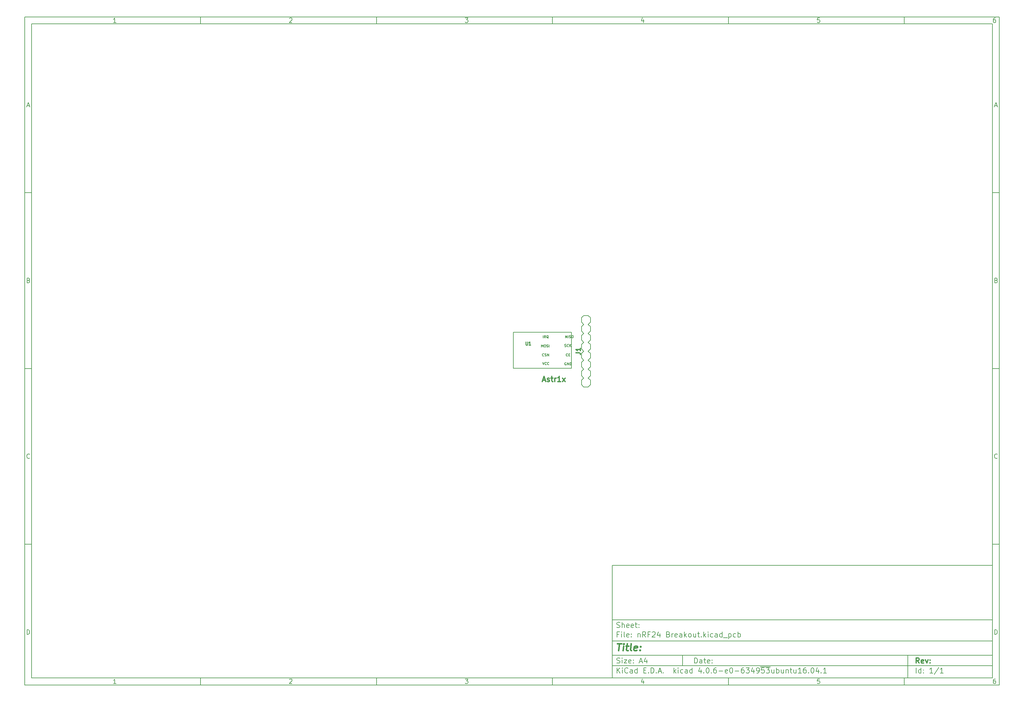
<source format=gto>
G04 #@! TF.FileFunction,Legend,Top*
%FSLAX46Y46*%
G04 Gerber Fmt 4.6, Leading zero omitted, Abs format (unit mm)*
G04 Created by KiCad (PCBNEW 4.0.6-e0-6349~53~ubuntu16.04.1) date Wed Jun 21 09:44:30 2017*
%MOMM*%
%LPD*%
G01*
G04 APERTURE LIST*
%ADD10C,0.100000*%
%ADD11C,0.150000*%
%ADD12C,0.300000*%
%ADD13C,0.400000*%
%ADD14C,0.203200*%
%ADD15C,0.317500*%
%ADD16C,0.225000*%
%ADD17C,0.175000*%
G04 APERTURE END LIST*
D10*
D11*
X177002200Y-166007200D02*
X177002200Y-198007200D01*
X285002200Y-198007200D01*
X285002200Y-166007200D01*
X177002200Y-166007200D01*
D10*
D11*
X10000000Y-10000000D02*
X10000000Y-200007200D01*
X287002200Y-200007200D01*
X287002200Y-10000000D01*
X10000000Y-10000000D01*
D10*
D11*
X12000000Y-12000000D02*
X12000000Y-198007200D01*
X285002200Y-198007200D01*
X285002200Y-12000000D01*
X12000000Y-12000000D01*
D10*
D11*
X60000000Y-12000000D02*
X60000000Y-10000000D01*
D10*
D11*
X110000000Y-12000000D02*
X110000000Y-10000000D01*
D10*
D11*
X160000000Y-12000000D02*
X160000000Y-10000000D01*
D10*
D11*
X210000000Y-12000000D02*
X210000000Y-10000000D01*
D10*
D11*
X260000000Y-12000000D02*
X260000000Y-10000000D01*
D10*
D11*
X35990476Y-11588095D02*
X35247619Y-11588095D01*
X35619048Y-11588095D02*
X35619048Y-10288095D01*
X35495238Y-10473810D01*
X35371429Y-10597619D01*
X35247619Y-10659524D01*
D10*
D11*
X85247619Y-10411905D02*
X85309524Y-10350000D01*
X85433333Y-10288095D01*
X85742857Y-10288095D01*
X85866667Y-10350000D01*
X85928571Y-10411905D01*
X85990476Y-10535714D01*
X85990476Y-10659524D01*
X85928571Y-10845238D01*
X85185714Y-11588095D01*
X85990476Y-11588095D01*
D10*
D11*
X135185714Y-10288095D02*
X135990476Y-10288095D01*
X135557143Y-10783333D01*
X135742857Y-10783333D01*
X135866667Y-10845238D01*
X135928571Y-10907143D01*
X135990476Y-11030952D01*
X135990476Y-11340476D01*
X135928571Y-11464286D01*
X135866667Y-11526190D01*
X135742857Y-11588095D01*
X135371429Y-11588095D01*
X135247619Y-11526190D01*
X135185714Y-11464286D01*
D10*
D11*
X185866667Y-10721429D02*
X185866667Y-11588095D01*
X185557143Y-10226190D02*
X185247619Y-11154762D01*
X186052381Y-11154762D01*
D10*
D11*
X235928571Y-10288095D02*
X235309524Y-10288095D01*
X235247619Y-10907143D01*
X235309524Y-10845238D01*
X235433333Y-10783333D01*
X235742857Y-10783333D01*
X235866667Y-10845238D01*
X235928571Y-10907143D01*
X235990476Y-11030952D01*
X235990476Y-11340476D01*
X235928571Y-11464286D01*
X235866667Y-11526190D01*
X235742857Y-11588095D01*
X235433333Y-11588095D01*
X235309524Y-11526190D01*
X235247619Y-11464286D01*
D10*
D11*
X285866667Y-10288095D02*
X285619048Y-10288095D01*
X285495238Y-10350000D01*
X285433333Y-10411905D01*
X285309524Y-10597619D01*
X285247619Y-10845238D01*
X285247619Y-11340476D01*
X285309524Y-11464286D01*
X285371429Y-11526190D01*
X285495238Y-11588095D01*
X285742857Y-11588095D01*
X285866667Y-11526190D01*
X285928571Y-11464286D01*
X285990476Y-11340476D01*
X285990476Y-11030952D01*
X285928571Y-10907143D01*
X285866667Y-10845238D01*
X285742857Y-10783333D01*
X285495238Y-10783333D01*
X285371429Y-10845238D01*
X285309524Y-10907143D01*
X285247619Y-11030952D01*
D10*
D11*
X60000000Y-198007200D02*
X60000000Y-200007200D01*
D10*
D11*
X110000000Y-198007200D02*
X110000000Y-200007200D01*
D10*
D11*
X160000000Y-198007200D02*
X160000000Y-200007200D01*
D10*
D11*
X210000000Y-198007200D02*
X210000000Y-200007200D01*
D10*
D11*
X260000000Y-198007200D02*
X260000000Y-200007200D01*
D10*
D11*
X35990476Y-199595295D02*
X35247619Y-199595295D01*
X35619048Y-199595295D02*
X35619048Y-198295295D01*
X35495238Y-198481010D01*
X35371429Y-198604819D01*
X35247619Y-198666724D01*
D10*
D11*
X85247619Y-198419105D02*
X85309524Y-198357200D01*
X85433333Y-198295295D01*
X85742857Y-198295295D01*
X85866667Y-198357200D01*
X85928571Y-198419105D01*
X85990476Y-198542914D01*
X85990476Y-198666724D01*
X85928571Y-198852438D01*
X85185714Y-199595295D01*
X85990476Y-199595295D01*
D10*
D11*
X135185714Y-198295295D02*
X135990476Y-198295295D01*
X135557143Y-198790533D01*
X135742857Y-198790533D01*
X135866667Y-198852438D01*
X135928571Y-198914343D01*
X135990476Y-199038152D01*
X135990476Y-199347676D01*
X135928571Y-199471486D01*
X135866667Y-199533390D01*
X135742857Y-199595295D01*
X135371429Y-199595295D01*
X135247619Y-199533390D01*
X135185714Y-199471486D01*
D10*
D11*
X185866667Y-198728629D02*
X185866667Y-199595295D01*
X185557143Y-198233390D02*
X185247619Y-199161962D01*
X186052381Y-199161962D01*
D10*
D11*
X235928571Y-198295295D02*
X235309524Y-198295295D01*
X235247619Y-198914343D01*
X235309524Y-198852438D01*
X235433333Y-198790533D01*
X235742857Y-198790533D01*
X235866667Y-198852438D01*
X235928571Y-198914343D01*
X235990476Y-199038152D01*
X235990476Y-199347676D01*
X235928571Y-199471486D01*
X235866667Y-199533390D01*
X235742857Y-199595295D01*
X235433333Y-199595295D01*
X235309524Y-199533390D01*
X235247619Y-199471486D01*
D10*
D11*
X285866667Y-198295295D02*
X285619048Y-198295295D01*
X285495238Y-198357200D01*
X285433333Y-198419105D01*
X285309524Y-198604819D01*
X285247619Y-198852438D01*
X285247619Y-199347676D01*
X285309524Y-199471486D01*
X285371429Y-199533390D01*
X285495238Y-199595295D01*
X285742857Y-199595295D01*
X285866667Y-199533390D01*
X285928571Y-199471486D01*
X285990476Y-199347676D01*
X285990476Y-199038152D01*
X285928571Y-198914343D01*
X285866667Y-198852438D01*
X285742857Y-198790533D01*
X285495238Y-198790533D01*
X285371429Y-198852438D01*
X285309524Y-198914343D01*
X285247619Y-199038152D01*
D10*
D11*
X10000000Y-60000000D02*
X12000000Y-60000000D01*
D10*
D11*
X10000000Y-110000000D02*
X12000000Y-110000000D01*
D10*
D11*
X10000000Y-160000000D02*
X12000000Y-160000000D01*
D10*
D11*
X10690476Y-35216667D02*
X11309524Y-35216667D01*
X10566667Y-35588095D02*
X11000000Y-34288095D01*
X11433333Y-35588095D01*
D10*
D11*
X11092857Y-84907143D02*
X11278571Y-84969048D01*
X11340476Y-85030952D01*
X11402381Y-85154762D01*
X11402381Y-85340476D01*
X11340476Y-85464286D01*
X11278571Y-85526190D01*
X11154762Y-85588095D01*
X10659524Y-85588095D01*
X10659524Y-84288095D01*
X11092857Y-84288095D01*
X11216667Y-84350000D01*
X11278571Y-84411905D01*
X11340476Y-84535714D01*
X11340476Y-84659524D01*
X11278571Y-84783333D01*
X11216667Y-84845238D01*
X11092857Y-84907143D01*
X10659524Y-84907143D01*
D10*
D11*
X11402381Y-135464286D02*
X11340476Y-135526190D01*
X11154762Y-135588095D01*
X11030952Y-135588095D01*
X10845238Y-135526190D01*
X10721429Y-135402381D01*
X10659524Y-135278571D01*
X10597619Y-135030952D01*
X10597619Y-134845238D01*
X10659524Y-134597619D01*
X10721429Y-134473810D01*
X10845238Y-134350000D01*
X11030952Y-134288095D01*
X11154762Y-134288095D01*
X11340476Y-134350000D01*
X11402381Y-134411905D01*
D10*
D11*
X10659524Y-185588095D02*
X10659524Y-184288095D01*
X10969048Y-184288095D01*
X11154762Y-184350000D01*
X11278571Y-184473810D01*
X11340476Y-184597619D01*
X11402381Y-184845238D01*
X11402381Y-185030952D01*
X11340476Y-185278571D01*
X11278571Y-185402381D01*
X11154762Y-185526190D01*
X10969048Y-185588095D01*
X10659524Y-185588095D01*
D10*
D11*
X287002200Y-60000000D02*
X285002200Y-60000000D01*
D10*
D11*
X287002200Y-110000000D02*
X285002200Y-110000000D01*
D10*
D11*
X287002200Y-160000000D02*
X285002200Y-160000000D01*
D10*
D11*
X285692676Y-35216667D02*
X286311724Y-35216667D01*
X285568867Y-35588095D02*
X286002200Y-34288095D01*
X286435533Y-35588095D01*
D10*
D11*
X286095057Y-84907143D02*
X286280771Y-84969048D01*
X286342676Y-85030952D01*
X286404581Y-85154762D01*
X286404581Y-85340476D01*
X286342676Y-85464286D01*
X286280771Y-85526190D01*
X286156962Y-85588095D01*
X285661724Y-85588095D01*
X285661724Y-84288095D01*
X286095057Y-84288095D01*
X286218867Y-84350000D01*
X286280771Y-84411905D01*
X286342676Y-84535714D01*
X286342676Y-84659524D01*
X286280771Y-84783333D01*
X286218867Y-84845238D01*
X286095057Y-84907143D01*
X285661724Y-84907143D01*
D10*
D11*
X286404581Y-135464286D02*
X286342676Y-135526190D01*
X286156962Y-135588095D01*
X286033152Y-135588095D01*
X285847438Y-135526190D01*
X285723629Y-135402381D01*
X285661724Y-135278571D01*
X285599819Y-135030952D01*
X285599819Y-134845238D01*
X285661724Y-134597619D01*
X285723629Y-134473810D01*
X285847438Y-134350000D01*
X286033152Y-134288095D01*
X286156962Y-134288095D01*
X286342676Y-134350000D01*
X286404581Y-134411905D01*
D10*
D11*
X285661724Y-185588095D02*
X285661724Y-184288095D01*
X285971248Y-184288095D01*
X286156962Y-184350000D01*
X286280771Y-184473810D01*
X286342676Y-184597619D01*
X286404581Y-184845238D01*
X286404581Y-185030952D01*
X286342676Y-185278571D01*
X286280771Y-185402381D01*
X286156962Y-185526190D01*
X285971248Y-185588095D01*
X285661724Y-185588095D01*
D10*
D11*
X200359343Y-193785771D02*
X200359343Y-192285771D01*
X200716486Y-192285771D01*
X200930771Y-192357200D01*
X201073629Y-192500057D01*
X201145057Y-192642914D01*
X201216486Y-192928629D01*
X201216486Y-193142914D01*
X201145057Y-193428629D01*
X201073629Y-193571486D01*
X200930771Y-193714343D01*
X200716486Y-193785771D01*
X200359343Y-193785771D01*
X202502200Y-193785771D02*
X202502200Y-193000057D01*
X202430771Y-192857200D01*
X202287914Y-192785771D01*
X202002200Y-192785771D01*
X201859343Y-192857200D01*
X202502200Y-193714343D02*
X202359343Y-193785771D01*
X202002200Y-193785771D01*
X201859343Y-193714343D01*
X201787914Y-193571486D01*
X201787914Y-193428629D01*
X201859343Y-193285771D01*
X202002200Y-193214343D01*
X202359343Y-193214343D01*
X202502200Y-193142914D01*
X203002200Y-192785771D02*
X203573629Y-192785771D01*
X203216486Y-192285771D02*
X203216486Y-193571486D01*
X203287914Y-193714343D01*
X203430772Y-193785771D01*
X203573629Y-193785771D01*
X204645057Y-193714343D02*
X204502200Y-193785771D01*
X204216486Y-193785771D01*
X204073629Y-193714343D01*
X204002200Y-193571486D01*
X204002200Y-193000057D01*
X204073629Y-192857200D01*
X204216486Y-192785771D01*
X204502200Y-192785771D01*
X204645057Y-192857200D01*
X204716486Y-193000057D01*
X204716486Y-193142914D01*
X204002200Y-193285771D01*
X205359343Y-193642914D02*
X205430771Y-193714343D01*
X205359343Y-193785771D01*
X205287914Y-193714343D01*
X205359343Y-193642914D01*
X205359343Y-193785771D01*
X205359343Y-192857200D02*
X205430771Y-192928629D01*
X205359343Y-193000057D01*
X205287914Y-192928629D01*
X205359343Y-192857200D01*
X205359343Y-193000057D01*
D10*
D11*
X177002200Y-194507200D02*
X285002200Y-194507200D01*
D10*
D11*
X178359343Y-196585771D02*
X178359343Y-195085771D01*
X179216486Y-196585771D02*
X178573629Y-195728629D01*
X179216486Y-195085771D02*
X178359343Y-195942914D01*
X179859343Y-196585771D02*
X179859343Y-195585771D01*
X179859343Y-195085771D02*
X179787914Y-195157200D01*
X179859343Y-195228629D01*
X179930771Y-195157200D01*
X179859343Y-195085771D01*
X179859343Y-195228629D01*
X181430772Y-196442914D02*
X181359343Y-196514343D01*
X181145057Y-196585771D01*
X181002200Y-196585771D01*
X180787915Y-196514343D01*
X180645057Y-196371486D01*
X180573629Y-196228629D01*
X180502200Y-195942914D01*
X180502200Y-195728629D01*
X180573629Y-195442914D01*
X180645057Y-195300057D01*
X180787915Y-195157200D01*
X181002200Y-195085771D01*
X181145057Y-195085771D01*
X181359343Y-195157200D01*
X181430772Y-195228629D01*
X182716486Y-196585771D02*
X182716486Y-195800057D01*
X182645057Y-195657200D01*
X182502200Y-195585771D01*
X182216486Y-195585771D01*
X182073629Y-195657200D01*
X182716486Y-196514343D02*
X182573629Y-196585771D01*
X182216486Y-196585771D01*
X182073629Y-196514343D01*
X182002200Y-196371486D01*
X182002200Y-196228629D01*
X182073629Y-196085771D01*
X182216486Y-196014343D01*
X182573629Y-196014343D01*
X182716486Y-195942914D01*
X184073629Y-196585771D02*
X184073629Y-195085771D01*
X184073629Y-196514343D02*
X183930772Y-196585771D01*
X183645058Y-196585771D01*
X183502200Y-196514343D01*
X183430772Y-196442914D01*
X183359343Y-196300057D01*
X183359343Y-195871486D01*
X183430772Y-195728629D01*
X183502200Y-195657200D01*
X183645058Y-195585771D01*
X183930772Y-195585771D01*
X184073629Y-195657200D01*
X185930772Y-195800057D02*
X186430772Y-195800057D01*
X186645058Y-196585771D02*
X185930772Y-196585771D01*
X185930772Y-195085771D01*
X186645058Y-195085771D01*
X187287915Y-196442914D02*
X187359343Y-196514343D01*
X187287915Y-196585771D01*
X187216486Y-196514343D01*
X187287915Y-196442914D01*
X187287915Y-196585771D01*
X188002201Y-196585771D02*
X188002201Y-195085771D01*
X188359344Y-195085771D01*
X188573629Y-195157200D01*
X188716487Y-195300057D01*
X188787915Y-195442914D01*
X188859344Y-195728629D01*
X188859344Y-195942914D01*
X188787915Y-196228629D01*
X188716487Y-196371486D01*
X188573629Y-196514343D01*
X188359344Y-196585771D01*
X188002201Y-196585771D01*
X189502201Y-196442914D02*
X189573629Y-196514343D01*
X189502201Y-196585771D01*
X189430772Y-196514343D01*
X189502201Y-196442914D01*
X189502201Y-196585771D01*
X190145058Y-196157200D02*
X190859344Y-196157200D01*
X190002201Y-196585771D02*
X190502201Y-195085771D01*
X191002201Y-196585771D01*
X191502201Y-196442914D02*
X191573629Y-196514343D01*
X191502201Y-196585771D01*
X191430772Y-196514343D01*
X191502201Y-196442914D01*
X191502201Y-196585771D01*
X194502201Y-196585771D02*
X194502201Y-195085771D01*
X194645058Y-196014343D02*
X195073629Y-196585771D01*
X195073629Y-195585771D02*
X194502201Y-196157200D01*
X195716487Y-196585771D02*
X195716487Y-195585771D01*
X195716487Y-195085771D02*
X195645058Y-195157200D01*
X195716487Y-195228629D01*
X195787915Y-195157200D01*
X195716487Y-195085771D01*
X195716487Y-195228629D01*
X197073630Y-196514343D02*
X196930773Y-196585771D01*
X196645059Y-196585771D01*
X196502201Y-196514343D01*
X196430773Y-196442914D01*
X196359344Y-196300057D01*
X196359344Y-195871486D01*
X196430773Y-195728629D01*
X196502201Y-195657200D01*
X196645059Y-195585771D01*
X196930773Y-195585771D01*
X197073630Y-195657200D01*
X198359344Y-196585771D02*
X198359344Y-195800057D01*
X198287915Y-195657200D01*
X198145058Y-195585771D01*
X197859344Y-195585771D01*
X197716487Y-195657200D01*
X198359344Y-196514343D02*
X198216487Y-196585771D01*
X197859344Y-196585771D01*
X197716487Y-196514343D01*
X197645058Y-196371486D01*
X197645058Y-196228629D01*
X197716487Y-196085771D01*
X197859344Y-196014343D01*
X198216487Y-196014343D01*
X198359344Y-195942914D01*
X199716487Y-196585771D02*
X199716487Y-195085771D01*
X199716487Y-196514343D02*
X199573630Y-196585771D01*
X199287916Y-196585771D01*
X199145058Y-196514343D01*
X199073630Y-196442914D01*
X199002201Y-196300057D01*
X199002201Y-195871486D01*
X199073630Y-195728629D01*
X199145058Y-195657200D01*
X199287916Y-195585771D01*
X199573630Y-195585771D01*
X199716487Y-195657200D01*
X202216487Y-195585771D02*
X202216487Y-196585771D01*
X201859344Y-195014343D02*
X201502201Y-196085771D01*
X202430773Y-196085771D01*
X203002201Y-196442914D02*
X203073629Y-196514343D01*
X203002201Y-196585771D01*
X202930772Y-196514343D01*
X203002201Y-196442914D01*
X203002201Y-196585771D01*
X204002201Y-195085771D02*
X204145058Y-195085771D01*
X204287915Y-195157200D01*
X204359344Y-195228629D01*
X204430773Y-195371486D01*
X204502201Y-195657200D01*
X204502201Y-196014343D01*
X204430773Y-196300057D01*
X204359344Y-196442914D01*
X204287915Y-196514343D01*
X204145058Y-196585771D01*
X204002201Y-196585771D01*
X203859344Y-196514343D01*
X203787915Y-196442914D01*
X203716487Y-196300057D01*
X203645058Y-196014343D01*
X203645058Y-195657200D01*
X203716487Y-195371486D01*
X203787915Y-195228629D01*
X203859344Y-195157200D01*
X204002201Y-195085771D01*
X205145058Y-196442914D02*
X205216486Y-196514343D01*
X205145058Y-196585771D01*
X205073629Y-196514343D01*
X205145058Y-196442914D01*
X205145058Y-196585771D01*
X206502201Y-195085771D02*
X206216487Y-195085771D01*
X206073630Y-195157200D01*
X206002201Y-195228629D01*
X205859344Y-195442914D01*
X205787915Y-195728629D01*
X205787915Y-196300057D01*
X205859344Y-196442914D01*
X205930772Y-196514343D01*
X206073630Y-196585771D01*
X206359344Y-196585771D01*
X206502201Y-196514343D01*
X206573630Y-196442914D01*
X206645058Y-196300057D01*
X206645058Y-195942914D01*
X206573630Y-195800057D01*
X206502201Y-195728629D01*
X206359344Y-195657200D01*
X206073630Y-195657200D01*
X205930772Y-195728629D01*
X205859344Y-195800057D01*
X205787915Y-195942914D01*
X207287915Y-196014343D02*
X208430772Y-196014343D01*
X209716486Y-196514343D02*
X209573629Y-196585771D01*
X209287915Y-196585771D01*
X209145058Y-196514343D01*
X209073629Y-196371486D01*
X209073629Y-195800057D01*
X209145058Y-195657200D01*
X209287915Y-195585771D01*
X209573629Y-195585771D01*
X209716486Y-195657200D01*
X209787915Y-195800057D01*
X209787915Y-195942914D01*
X209073629Y-196085771D01*
X210716486Y-195085771D02*
X210859343Y-195085771D01*
X211002200Y-195157200D01*
X211073629Y-195228629D01*
X211145058Y-195371486D01*
X211216486Y-195657200D01*
X211216486Y-196014343D01*
X211145058Y-196300057D01*
X211073629Y-196442914D01*
X211002200Y-196514343D01*
X210859343Y-196585771D01*
X210716486Y-196585771D01*
X210573629Y-196514343D01*
X210502200Y-196442914D01*
X210430772Y-196300057D01*
X210359343Y-196014343D01*
X210359343Y-195657200D01*
X210430772Y-195371486D01*
X210502200Y-195228629D01*
X210573629Y-195157200D01*
X210716486Y-195085771D01*
X211859343Y-196014343D02*
X213002200Y-196014343D01*
X214359343Y-195085771D02*
X214073629Y-195085771D01*
X213930772Y-195157200D01*
X213859343Y-195228629D01*
X213716486Y-195442914D01*
X213645057Y-195728629D01*
X213645057Y-196300057D01*
X213716486Y-196442914D01*
X213787914Y-196514343D01*
X213930772Y-196585771D01*
X214216486Y-196585771D01*
X214359343Y-196514343D01*
X214430772Y-196442914D01*
X214502200Y-196300057D01*
X214502200Y-195942914D01*
X214430772Y-195800057D01*
X214359343Y-195728629D01*
X214216486Y-195657200D01*
X213930772Y-195657200D01*
X213787914Y-195728629D01*
X213716486Y-195800057D01*
X213645057Y-195942914D01*
X215002200Y-195085771D02*
X215930771Y-195085771D01*
X215430771Y-195657200D01*
X215645057Y-195657200D01*
X215787914Y-195728629D01*
X215859343Y-195800057D01*
X215930771Y-195942914D01*
X215930771Y-196300057D01*
X215859343Y-196442914D01*
X215787914Y-196514343D01*
X215645057Y-196585771D01*
X215216485Y-196585771D01*
X215073628Y-196514343D01*
X215002200Y-196442914D01*
X217216485Y-195585771D02*
X217216485Y-196585771D01*
X216859342Y-195014343D02*
X216502199Y-196085771D01*
X217430771Y-196085771D01*
X218073627Y-196585771D02*
X218359342Y-196585771D01*
X218502199Y-196514343D01*
X218573627Y-196442914D01*
X218716485Y-196228629D01*
X218787913Y-195942914D01*
X218787913Y-195371486D01*
X218716485Y-195228629D01*
X218645056Y-195157200D01*
X218502199Y-195085771D01*
X218216485Y-195085771D01*
X218073627Y-195157200D01*
X218002199Y-195228629D01*
X217930770Y-195371486D01*
X217930770Y-195728629D01*
X218002199Y-195871486D01*
X218073627Y-195942914D01*
X218216485Y-196014343D01*
X218502199Y-196014343D01*
X218645056Y-195942914D01*
X218716485Y-195871486D01*
X218787913Y-195728629D01*
X220145056Y-195085771D02*
X219430770Y-195085771D01*
X219359341Y-195800057D01*
X219430770Y-195728629D01*
X219573627Y-195657200D01*
X219930770Y-195657200D01*
X220073627Y-195728629D01*
X220145056Y-195800057D01*
X220216484Y-195942914D01*
X220216484Y-196300057D01*
X220145056Y-196442914D01*
X220073627Y-196514343D01*
X219930770Y-196585771D01*
X219573627Y-196585771D01*
X219430770Y-196514343D01*
X219359341Y-196442914D01*
X220716484Y-195085771D02*
X221645055Y-195085771D01*
X221145055Y-195657200D01*
X221359341Y-195657200D01*
X221502198Y-195728629D01*
X221573627Y-195800057D01*
X221645055Y-195942914D01*
X221645055Y-196300057D01*
X221573627Y-196442914D01*
X221502198Y-196514343D01*
X221359341Y-196585771D01*
X220930769Y-196585771D01*
X220787912Y-196514343D01*
X220716484Y-196442914D01*
X219073627Y-194827200D02*
X221930769Y-194827200D01*
X222930769Y-195585771D02*
X222930769Y-196585771D01*
X222287912Y-195585771D02*
X222287912Y-196371486D01*
X222359340Y-196514343D01*
X222502198Y-196585771D01*
X222716483Y-196585771D01*
X222859340Y-196514343D01*
X222930769Y-196442914D01*
X223645055Y-196585771D02*
X223645055Y-195085771D01*
X223645055Y-195657200D02*
X223787912Y-195585771D01*
X224073626Y-195585771D01*
X224216483Y-195657200D01*
X224287912Y-195728629D01*
X224359341Y-195871486D01*
X224359341Y-196300057D01*
X224287912Y-196442914D01*
X224216483Y-196514343D01*
X224073626Y-196585771D01*
X223787912Y-196585771D01*
X223645055Y-196514343D01*
X225645055Y-195585771D02*
X225645055Y-196585771D01*
X225002198Y-195585771D02*
X225002198Y-196371486D01*
X225073626Y-196514343D01*
X225216484Y-196585771D01*
X225430769Y-196585771D01*
X225573626Y-196514343D01*
X225645055Y-196442914D01*
X226359341Y-195585771D02*
X226359341Y-196585771D01*
X226359341Y-195728629D02*
X226430769Y-195657200D01*
X226573627Y-195585771D01*
X226787912Y-195585771D01*
X226930769Y-195657200D01*
X227002198Y-195800057D01*
X227002198Y-196585771D01*
X227502198Y-195585771D02*
X228073627Y-195585771D01*
X227716484Y-195085771D02*
X227716484Y-196371486D01*
X227787912Y-196514343D01*
X227930770Y-196585771D01*
X228073627Y-196585771D01*
X229216484Y-195585771D02*
X229216484Y-196585771D01*
X228573627Y-195585771D02*
X228573627Y-196371486D01*
X228645055Y-196514343D01*
X228787913Y-196585771D01*
X229002198Y-196585771D01*
X229145055Y-196514343D01*
X229216484Y-196442914D01*
X230716484Y-196585771D02*
X229859341Y-196585771D01*
X230287913Y-196585771D02*
X230287913Y-195085771D01*
X230145056Y-195300057D01*
X230002198Y-195442914D01*
X229859341Y-195514343D01*
X232002198Y-195085771D02*
X231716484Y-195085771D01*
X231573627Y-195157200D01*
X231502198Y-195228629D01*
X231359341Y-195442914D01*
X231287912Y-195728629D01*
X231287912Y-196300057D01*
X231359341Y-196442914D01*
X231430769Y-196514343D01*
X231573627Y-196585771D01*
X231859341Y-196585771D01*
X232002198Y-196514343D01*
X232073627Y-196442914D01*
X232145055Y-196300057D01*
X232145055Y-195942914D01*
X232073627Y-195800057D01*
X232002198Y-195728629D01*
X231859341Y-195657200D01*
X231573627Y-195657200D01*
X231430769Y-195728629D01*
X231359341Y-195800057D01*
X231287912Y-195942914D01*
X232787912Y-196442914D02*
X232859340Y-196514343D01*
X232787912Y-196585771D01*
X232716483Y-196514343D01*
X232787912Y-196442914D01*
X232787912Y-196585771D01*
X233787912Y-195085771D02*
X233930769Y-195085771D01*
X234073626Y-195157200D01*
X234145055Y-195228629D01*
X234216484Y-195371486D01*
X234287912Y-195657200D01*
X234287912Y-196014343D01*
X234216484Y-196300057D01*
X234145055Y-196442914D01*
X234073626Y-196514343D01*
X233930769Y-196585771D01*
X233787912Y-196585771D01*
X233645055Y-196514343D01*
X233573626Y-196442914D01*
X233502198Y-196300057D01*
X233430769Y-196014343D01*
X233430769Y-195657200D01*
X233502198Y-195371486D01*
X233573626Y-195228629D01*
X233645055Y-195157200D01*
X233787912Y-195085771D01*
X235573626Y-195585771D02*
X235573626Y-196585771D01*
X235216483Y-195014343D02*
X234859340Y-196085771D01*
X235787912Y-196085771D01*
X236359340Y-196442914D02*
X236430768Y-196514343D01*
X236359340Y-196585771D01*
X236287911Y-196514343D01*
X236359340Y-196442914D01*
X236359340Y-196585771D01*
X237859340Y-196585771D02*
X237002197Y-196585771D01*
X237430769Y-196585771D02*
X237430769Y-195085771D01*
X237287912Y-195300057D01*
X237145054Y-195442914D01*
X237002197Y-195514343D01*
D10*
D11*
X177002200Y-191507200D02*
X285002200Y-191507200D01*
D10*
D12*
X264216486Y-193785771D02*
X263716486Y-193071486D01*
X263359343Y-193785771D02*
X263359343Y-192285771D01*
X263930771Y-192285771D01*
X264073629Y-192357200D01*
X264145057Y-192428629D01*
X264216486Y-192571486D01*
X264216486Y-192785771D01*
X264145057Y-192928629D01*
X264073629Y-193000057D01*
X263930771Y-193071486D01*
X263359343Y-193071486D01*
X265430771Y-193714343D02*
X265287914Y-193785771D01*
X265002200Y-193785771D01*
X264859343Y-193714343D01*
X264787914Y-193571486D01*
X264787914Y-193000057D01*
X264859343Y-192857200D01*
X265002200Y-192785771D01*
X265287914Y-192785771D01*
X265430771Y-192857200D01*
X265502200Y-193000057D01*
X265502200Y-193142914D01*
X264787914Y-193285771D01*
X266002200Y-192785771D02*
X266359343Y-193785771D01*
X266716485Y-192785771D01*
X267287914Y-193642914D02*
X267359342Y-193714343D01*
X267287914Y-193785771D01*
X267216485Y-193714343D01*
X267287914Y-193642914D01*
X267287914Y-193785771D01*
X267287914Y-192857200D02*
X267359342Y-192928629D01*
X267287914Y-193000057D01*
X267216485Y-192928629D01*
X267287914Y-192857200D01*
X267287914Y-193000057D01*
D10*
D11*
X178287914Y-193714343D02*
X178502200Y-193785771D01*
X178859343Y-193785771D01*
X179002200Y-193714343D01*
X179073629Y-193642914D01*
X179145057Y-193500057D01*
X179145057Y-193357200D01*
X179073629Y-193214343D01*
X179002200Y-193142914D01*
X178859343Y-193071486D01*
X178573629Y-193000057D01*
X178430771Y-192928629D01*
X178359343Y-192857200D01*
X178287914Y-192714343D01*
X178287914Y-192571486D01*
X178359343Y-192428629D01*
X178430771Y-192357200D01*
X178573629Y-192285771D01*
X178930771Y-192285771D01*
X179145057Y-192357200D01*
X179787914Y-193785771D02*
X179787914Y-192785771D01*
X179787914Y-192285771D02*
X179716485Y-192357200D01*
X179787914Y-192428629D01*
X179859342Y-192357200D01*
X179787914Y-192285771D01*
X179787914Y-192428629D01*
X180359343Y-192785771D02*
X181145057Y-192785771D01*
X180359343Y-193785771D01*
X181145057Y-193785771D01*
X182287914Y-193714343D02*
X182145057Y-193785771D01*
X181859343Y-193785771D01*
X181716486Y-193714343D01*
X181645057Y-193571486D01*
X181645057Y-193000057D01*
X181716486Y-192857200D01*
X181859343Y-192785771D01*
X182145057Y-192785771D01*
X182287914Y-192857200D01*
X182359343Y-193000057D01*
X182359343Y-193142914D01*
X181645057Y-193285771D01*
X183002200Y-193642914D02*
X183073628Y-193714343D01*
X183002200Y-193785771D01*
X182930771Y-193714343D01*
X183002200Y-193642914D01*
X183002200Y-193785771D01*
X183002200Y-192857200D02*
X183073628Y-192928629D01*
X183002200Y-193000057D01*
X182930771Y-192928629D01*
X183002200Y-192857200D01*
X183002200Y-193000057D01*
X184787914Y-193357200D02*
X185502200Y-193357200D01*
X184645057Y-193785771D02*
X185145057Y-192285771D01*
X185645057Y-193785771D01*
X186787914Y-192785771D02*
X186787914Y-193785771D01*
X186430771Y-192214343D02*
X186073628Y-193285771D01*
X187002200Y-193285771D01*
D10*
D11*
X263359343Y-196585771D02*
X263359343Y-195085771D01*
X264716486Y-196585771D02*
X264716486Y-195085771D01*
X264716486Y-196514343D02*
X264573629Y-196585771D01*
X264287915Y-196585771D01*
X264145057Y-196514343D01*
X264073629Y-196442914D01*
X264002200Y-196300057D01*
X264002200Y-195871486D01*
X264073629Y-195728629D01*
X264145057Y-195657200D01*
X264287915Y-195585771D01*
X264573629Y-195585771D01*
X264716486Y-195657200D01*
X265430772Y-196442914D02*
X265502200Y-196514343D01*
X265430772Y-196585771D01*
X265359343Y-196514343D01*
X265430772Y-196442914D01*
X265430772Y-196585771D01*
X265430772Y-195657200D02*
X265502200Y-195728629D01*
X265430772Y-195800057D01*
X265359343Y-195728629D01*
X265430772Y-195657200D01*
X265430772Y-195800057D01*
X268073629Y-196585771D02*
X267216486Y-196585771D01*
X267645058Y-196585771D02*
X267645058Y-195085771D01*
X267502201Y-195300057D01*
X267359343Y-195442914D01*
X267216486Y-195514343D01*
X269787914Y-195014343D02*
X268502200Y-196942914D01*
X271073629Y-196585771D02*
X270216486Y-196585771D01*
X270645058Y-196585771D02*
X270645058Y-195085771D01*
X270502201Y-195300057D01*
X270359343Y-195442914D01*
X270216486Y-195514343D01*
D10*
D11*
X177002200Y-187507200D02*
X285002200Y-187507200D01*
D10*
D13*
X178454581Y-188211962D02*
X179597438Y-188211962D01*
X178776010Y-190211962D02*
X179026010Y-188211962D01*
X180014105Y-190211962D02*
X180180771Y-188878629D01*
X180264105Y-188211962D02*
X180156962Y-188307200D01*
X180240295Y-188402438D01*
X180347439Y-188307200D01*
X180264105Y-188211962D01*
X180240295Y-188402438D01*
X180847438Y-188878629D02*
X181609343Y-188878629D01*
X181216486Y-188211962D02*
X181002200Y-189926248D01*
X181073630Y-190116724D01*
X181252201Y-190211962D01*
X181442677Y-190211962D01*
X182395058Y-190211962D02*
X182216487Y-190116724D01*
X182145057Y-189926248D01*
X182359343Y-188211962D01*
X183930772Y-190116724D02*
X183728391Y-190211962D01*
X183347439Y-190211962D01*
X183168867Y-190116724D01*
X183097438Y-189926248D01*
X183192676Y-189164343D01*
X183311724Y-188973867D01*
X183514105Y-188878629D01*
X183895057Y-188878629D01*
X184073629Y-188973867D01*
X184145057Y-189164343D01*
X184121248Y-189354819D01*
X183145057Y-189545295D01*
X184895057Y-190021486D02*
X184978392Y-190116724D01*
X184871248Y-190211962D01*
X184787915Y-190116724D01*
X184895057Y-190021486D01*
X184871248Y-190211962D01*
X185026010Y-188973867D02*
X185109344Y-189069105D01*
X185002200Y-189164343D01*
X184918867Y-189069105D01*
X185026010Y-188973867D01*
X185002200Y-189164343D01*
D10*
D11*
X178859343Y-185600057D02*
X178359343Y-185600057D01*
X178359343Y-186385771D02*
X178359343Y-184885771D01*
X179073629Y-184885771D01*
X179645057Y-186385771D02*
X179645057Y-185385771D01*
X179645057Y-184885771D02*
X179573628Y-184957200D01*
X179645057Y-185028629D01*
X179716485Y-184957200D01*
X179645057Y-184885771D01*
X179645057Y-185028629D01*
X180573629Y-186385771D02*
X180430771Y-186314343D01*
X180359343Y-186171486D01*
X180359343Y-184885771D01*
X181716485Y-186314343D02*
X181573628Y-186385771D01*
X181287914Y-186385771D01*
X181145057Y-186314343D01*
X181073628Y-186171486D01*
X181073628Y-185600057D01*
X181145057Y-185457200D01*
X181287914Y-185385771D01*
X181573628Y-185385771D01*
X181716485Y-185457200D01*
X181787914Y-185600057D01*
X181787914Y-185742914D01*
X181073628Y-185885771D01*
X182430771Y-186242914D02*
X182502199Y-186314343D01*
X182430771Y-186385771D01*
X182359342Y-186314343D01*
X182430771Y-186242914D01*
X182430771Y-186385771D01*
X182430771Y-185457200D02*
X182502199Y-185528629D01*
X182430771Y-185600057D01*
X182359342Y-185528629D01*
X182430771Y-185457200D01*
X182430771Y-185600057D01*
X184287914Y-185385771D02*
X184287914Y-186385771D01*
X184287914Y-185528629D02*
X184359342Y-185457200D01*
X184502200Y-185385771D01*
X184716485Y-185385771D01*
X184859342Y-185457200D01*
X184930771Y-185600057D01*
X184930771Y-186385771D01*
X186502200Y-186385771D02*
X186002200Y-185671486D01*
X185645057Y-186385771D02*
X185645057Y-184885771D01*
X186216485Y-184885771D01*
X186359343Y-184957200D01*
X186430771Y-185028629D01*
X186502200Y-185171486D01*
X186502200Y-185385771D01*
X186430771Y-185528629D01*
X186359343Y-185600057D01*
X186216485Y-185671486D01*
X185645057Y-185671486D01*
X187645057Y-185600057D02*
X187145057Y-185600057D01*
X187145057Y-186385771D02*
X187145057Y-184885771D01*
X187859343Y-184885771D01*
X188359342Y-185028629D02*
X188430771Y-184957200D01*
X188573628Y-184885771D01*
X188930771Y-184885771D01*
X189073628Y-184957200D01*
X189145057Y-185028629D01*
X189216485Y-185171486D01*
X189216485Y-185314343D01*
X189145057Y-185528629D01*
X188287914Y-186385771D01*
X189216485Y-186385771D01*
X190502199Y-185385771D02*
X190502199Y-186385771D01*
X190145056Y-184814343D02*
X189787913Y-185885771D01*
X190716485Y-185885771D01*
X192930770Y-185600057D02*
X193145056Y-185671486D01*
X193216484Y-185742914D01*
X193287913Y-185885771D01*
X193287913Y-186100057D01*
X193216484Y-186242914D01*
X193145056Y-186314343D01*
X193002198Y-186385771D01*
X192430770Y-186385771D01*
X192430770Y-184885771D01*
X192930770Y-184885771D01*
X193073627Y-184957200D01*
X193145056Y-185028629D01*
X193216484Y-185171486D01*
X193216484Y-185314343D01*
X193145056Y-185457200D01*
X193073627Y-185528629D01*
X192930770Y-185600057D01*
X192430770Y-185600057D01*
X193930770Y-186385771D02*
X193930770Y-185385771D01*
X193930770Y-185671486D02*
X194002198Y-185528629D01*
X194073627Y-185457200D01*
X194216484Y-185385771D01*
X194359341Y-185385771D01*
X195430769Y-186314343D02*
X195287912Y-186385771D01*
X195002198Y-186385771D01*
X194859341Y-186314343D01*
X194787912Y-186171486D01*
X194787912Y-185600057D01*
X194859341Y-185457200D01*
X195002198Y-185385771D01*
X195287912Y-185385771D01*
X195430769Y-185457200D01*
X195502198Y-185600057D01*
X195502198Y-185742914D01*
X194787912Y-185885771D01*
X196787912Y-186385771D02*
X196787912Y-185600057D01*
X196716483Y-185457200D01*
X196573626Y-185385771D01*
X196287912Y-185385771D01*
X196145055Y-185457200D01*
X196787912Y-186314343D02*
X196645055Y-186385771D01*
X196287912Y-186385771D01*
X196145055Y-186314343D01*
X196073626Y-186171486D01*
X196073626Y-186028629D01*
X196145055Y-185885771D01*
X196287912Y-185814343D01*
X196645055Y-185814343D01*
X196787912Y-185742914D01*
X197502198Y-186385771D02*
X197502198Y-184885771D01*
X197645055Y-185814343D02*
X198073626Y-186385771D01*
X198073626Y-185385771D02*
X197502198Y-185957200D01*
X198930770Y-186385771D02*
X198787912Y-186314343D01*
X198716484Y-186242914D01*
X198645055Y-186100057D01*
X198645055Y-185671486D01*
X198716484Y-185528629D01*
X198787912Y-185457200D01*
X198930770Y-185385771D01*
X199145055Y-185385771D01*
X199287912Y-185457200D01*
X199359341Y-185528629D01*
X199430770Y-185671486D01*
X199430770Y-186100057D01*
X199359341Y-186242914D01*
X199287912Y-186314343D01*
X199145055Y-186385771D01*
X198930770Y-186385771D01*
X200716484Y-185385771D02*
X200716484Y-186385771D01*
X200073627Y-185385771D02*
X200073627Y-186171486D01*
X200145055Y-186314343D01*
X200287913Y-186385771D01*
X200502198Y-186385771D01*
X200645055Y-186314343D01*
X200716484Y-186242914D01*
X201216484Y-185385771D02*
X201787913Y-185385771D01*
X201430770Y-184885771D02*
X201430770Y-186171486D01*
X201502198Y-186314343D01*
X201645056Y-186385771D01*
X201787913Y-186385771D01*
X202287913Y-186242914D02*
X202359341Y-186314343D01*
X202287913Y-186385771D01*
X202216484Y-186314343D01*
X202287913Y-186242914D01*
X202287913Y-186385771D01*
X203002199Y-186385771D02*
X203002199Y-184885771D01*
X203145056Y-185814343D02*
X203573627Y-186385771D01*
X203573627Y-185385771D02*
X203002199Y-185957200D01*
X204216485Y-186385771D02*
X204216485Y-185385771D01*
X204216485Y-184885771D02*
X204145056Y-184957200D01*
X204216485Y-185028629D01*
X204287913Y-184957200D01*
X204216485Y-184885771D01*
X204216485Y-185028629D01*
X205573628Y-186314343D02*
X205430771Y-186385771D01*
X205145057Y-186385771D01*
X205002199Y-186314343D01*
X204930771Y-186242914D01*
X204859342Y-186100057D01*
X204859342Y-185671486D01*
X204930771Y-185528629D01*
X205002199Y-185457200D01*
X205145057Y-185385771D01*
X205430771Y-185385771D01*
X205573628Y-185457200D01*
X206859342Y-186385771D02*
X206859342Y-185600057D01*
X206787913Y-185457200D01*
X206645056Y-185385771D01*
X206359342Y-185385771D01*
X206216485Y-185457200D01*
X206859342Y-186314343D02*
X206716485Y-186385771D01*
X206359342Y-186385771D01*
X206216485Y-186314343D01*
X206145056Y-186171486D01*
X206145056Y-186028629D01*
X206216485Y-185885771D01*
X206359342Y-185814343D01*
X206716485Y-185814343D01*
X206859342Y-185742914D01*
X208216485Y-186385771D02*
X208216485Y-184885771D01*
X208216485Y-186314343D02*
X208073628Y-186385771D01*
X207787914Y-186385771D01*
X207645056Y-186314343D01*
X207573628Y-186242914D01*
X207502199Y-186100057D01*
X207502199Y-185671486D01*
X207573628Y-185528629D01*
X207645056Y-185457200D01*
X207787914Y-185385771D01*
X208073628Y-185385771D01*
X208216485Y-185457200D01*
X208573628Y-186528629D02*
X209716485Y-186528629D01*
X210073628Y-185385771D02*
X210073628Y-186885771D01*
X210073628Y-185457200D02*
X210216485Y-185385771D01*
X210502199Y-185385771D01*
X210645056Y-185457200D01*
X210716485Y-185528629D01*
X210787914Y-185671486D01*
X210787914Y-186100057D01*
X210716485Y-186242914D01*
X210645056Y-186314343D01*
X210502199Y-186385771D01*
X210216485Y-186385771D01*
X210073628Y-186314343D01*
X212073628Y-186314343D02*
X211930771Y-186385771D01*
X211645057Y-186385771D01*
X211502199Y-186314343D01*
X211430771Y-186242914D01*
X211359342Y-186100057D01*
X211359342Y-185671486D01*
X211430771Y-185528629D01*
X211502199Y-185457200D01*
X211645057Y-185385771D01*
X211930771Y-185385771D01*
X212073628Y-185457200D01*
X212716485Y-186385771D02*
X212716485Y-184885771D01*
X212716485Y-185457200D02*
X212859342Y-185385771D01*
X213145056Y-185385771D01*
X213287913Y-185457200D01*
X213359342Y-185528629D01*
X213430771Y-185671486D01*
X213430771Y-186100057D01*
X213359342Y-186242914D01*
X213287913Y-186314343D01*
X213145056Y-186385771D01*
X212859342Y-186385771D01*
X212716485Y-186314343D01*
D10*
D11*
X177002200Y-181507200D02*
X285002200Y-181507200D01*
D10*
D11*
X178287914Y-183614343D02*
X178502200Y-183685771D01*
X178859343Y-183685771D01*
X179002200Y-183614343D01*
X179073629Y-183542914D01*
X179145057Y-183400057D01*
X179145057Y-183257200D01*
X179073629Y-183114343D01*
X179002200Y-183042914D01*
X178859343Y-182971486D01*
X178573629Y-182900057D01*
X178430771Y-182828629D01*
X178359343Y-182757200D01*
X178287914Y-182614343D01*
X178287914Y-182471486D01*
X178359343Y-182328629D01*
X178430771Y-182257200D01*
X178573629Y-182185771D01*
X178930771Y-182185771D01*
X179145057Y-182257200D01*
X179787914Y-183685771D02*
X179787914Y-182185771D01*
X180430771Y-183685771D02*
X180430771Y-182900057D01*
X180359342Y-182757200D01*
X180216485Y-182685771D01*
X180002200Y-182685771D01*
X179859342Y-182757200D01*
X179787914Y-182828629D01*
X181716485Y-183614343D02*
X181573628Y-183685771D01*
X181287914Y-183685771D01*
X181145057Y-183614343D01*
X181073628Y-183471486D01*
X181073628Y-182900057D01*
X181145057Y-182757200D01*
X181287914Y-182685771D01*
X181573628Y-182685771D01*
X181716485Y-182757200D01*
X181787914Y-182900057D01*
X181787914Y-183042914D01*
X181073628Y-183185771D01*
X183002199Y-183614343D02*
X182859342Y-183685771D01*
X182573628Y-183685771D01*
X182430771Y-183614343D01*
X182359342Y-183471486D01*
X182359342Y-182900057D01*
X182430771Y-182757200D01*
X182573628Y-182685771D01*
X182859342Y-182685771D01*
X183002199Y-182757200D01*
X183073628Y-182900057D01*
X183073628Y-183042914D01*
X182359342Y-183185771D01*
X183502199Y-182685771D02*
X184073628Y-182685771D01*
X183716485Y-182185771D02*
X183716485Y-183471486D01*
X183787913Y-183614343D01*
X183930771Y-183685771D01*
X184073628Y-183685771D01*
X184573628Y-183542914D02*
X184645056Y-183614343D01*
X184573628Y-183685771D01*
X184502199Y-183614343D01*
X184573628Y-183542914D01*
X184573628Y-183685771D01*
X184573628Y-182757200D02*
X184645056Y-182828629D01*
X184573628Y-182900057D01*
X184502199Y-182828629D01*
X184573628Y-182757200D01*
X184573628Y-182900057D01*
D10*
D11*
X197002200Y-191507200D02*
X197002200Y-194507200D01*
D10*
D11*
X261002200Y-191507200D02*
X261002200Y-198007200D01*
D12*
X157221429Y-113280000D02*
X157935715Y-113280000D01*
X157078572Y-113708571D02*
X157578572Y-112208571D01*
X158078572Y-113708571D01*
X158507143Y-113637143D02*
X158650000Y-113708571D01*
X158935715Y-113708571D01*
X159078572Y-113637143D01*
X159150000Y-113494286D01*
X159150000Y-113422857D01*
X159078572Y-113280000D01*
X158935715Y-113208571D01*
X158721429Y-113208571D01*
X158578572Y-113137143D01*
X158507143Y-112994286D01*
X158507143Y-112922857D01*
X158578572Y-112780000D01*
X158721429Y-112708571D01*
X158935715Y-112708571D01*
X159078572Y-112780000D01*
X159578572Y-112708571D02*
X160150001Y-112708571D01*
X159792858Y-112208571D02*
X159792858Y-113494286D01*
X159864286Y-113637143D01*
X160007144Y-113708571D01*
X160150001Y-113708571D01*
X160650001Y-113708571D02*
X160650001Y-112708571D01*
X160650001Y-112994286D02*
X160721429Y-112851429D01*
X160792858Y-112780000D01*
X160935715Y-112708571D01*
X161078572Y-112708571D01*
X162364286Y-113708571D02*
X161507143Y-113708571D01*
X161935715Y-113708571D02*
X161935715Y-112208571D01*
X161792858Y-112422857D01*
X161650000Y-112565714D01*
X161507143Y-112637143D01*
X162864286Y-113708571D02*
X163650000Y-112708571D01*
X162864286Y-112708571D02*
X163650000Y-113708571D01*
D14*
X168240000Y-99365000D02*
X168240000Y-98095000D01*
X168240000Y-98095000D02*
X168875000Y-97460000D01*
X170145000Y-97460000D02*
X170780000Y-98095000D01*
X168875000Y-102540000D02*
X168240000Y-101905000D01*
X168240000Y-101905000D02*
X168240000Y-100635000D01*
X168240000Y-100635000D02*
X168875000Y-100000000D01*
X170145000Y-100000000D02*
X170780000Y-100635000D01*
X170780000Y-100635000D02*
X170780000Y-101905000D01*
X170780000Y-101905000D02*
X170145000Y-102540000D01*
X168240000Y-99365000D02*
X168875000Y-100000000D01*
X170145000Y-100000000D02*
X170780000Y-99365000D01*
X170780000Y-98095000D02*
X170780000Y-99365000D01*
X168240000Y-106985000D02*
X168240000Y-105715000D01*
X168240000Y-105715000D02*
X168875000Y-105080000D01*
X170145000Y-105080000D02*
X170780000Y-105715000D01*
X168875000Y-105080000D02*
X168240000Y-104445000D01*
X168240000Y-104445000D02*
X168240000Y-103175000D01*
X168240000Y-103175000D02*
X168875000Y-102540000D01*
X170145000Y-102540000D02*
X170780000Y-103175000D01*
X170780000Y-103175000D02*
X170780000Y-104445000D01*
X170780000Y-104445000D02*
X170145000Y-105080000D01*
X168875000Y-110160000D02*
X168240000Y-109525000D01*
X168240000Y-109525000D02*
X168240000Y-108255000D01*
X168240000Y-108255000D02*
X168875000Y-107620000D01*
X170145000Y-107620000D02*
X170780000Y-108255000D01*
X170780000Y-108255000D02*
X170780000Y-109525000D01*
X170780000Y-109525000D02*
X170145000Y-110160000D01*
X168240000Y-106985000D02*
X168875000Y-107620000D01*
X170145000Y-107620000D02*
X170780000Y-106985000D01*
X170780000Y-105715000D02*
X170780000Y-106985000D01*
X168240000Y-114605000D02*
X168240000Y-113335000D01*
X168240000Y-113335000D02*
X168875000Y-112700000D01*
X170145000Y-112700000D02*
X170780000Y-113335000D01*
X168875000Y-112700000D02*
X168240000Y-112065000D01*
X168240000Y-112065000D02*
X168240000Y-110795000D01*
X168240000Y-110795000D02*
X168875000Y-110160000D01*
X170145000Y-110160000D02*
X170780000Y-110795000D01*
X170780000Y-110795000D02*
X170780000Y-112065000D01*
X170780000Y-112065000D02*
X170145000Y-112700000D01*
X168875000Y-115240000D02*
X170145000Y-115240000D01*
X168240000Y-114605000D02*
X168875000Y-115240000D01*
X170145000Y-115240000D02*
X170780000Y-114605000D01*
X170780000Y-113335000D02*
X170780000Y-114605000D01*
X168240000Y-96825000D02*
X168240000Y-95555000D01*
X168240000Y-95555000D02*
X168875000Y-94920000D01*
X168875000Y-94920000D02*
X170145000Y-94920000D01*
X170145000Y-94920000D02*
X170780000Y-95555000D01*
X168240000Y-96825000D02*
X168875000Y-97460000D01*
X170145000Y-97460000D02*
X170780000Y-96825000D01*
X170780000Y-95555000D02*
X170780000Y-96825000D01*
D11*
X165379400Y-109921040D02*
X165407340Y-109474000D01*
X148856700Y-109954060D02*
X165379400Y-109921040D01*
X165376860Y-99669600D02*
X165387020Y-109656880D01*
X148859240Y-99674680D02*
X165376860Y-99669600D01*
X148869400Y-109948980D02*
X148859240Y-99674680D01*
D15*
X166684524Y-105513333D02*
X167591667Y-105513333D01*
X167773095Y-105573809D01*
X167894048Y-105694761D01*
X167954524Y-105876190D01*
X167954524Y-105997142D01*
X167954524Y-104243333D02*
X167954524Y-104969047D01*
X167954524Y-104606190D02*
X166684524Y-104606190D01*
X166865952Y-104727142D01*
X166986905Y-104848095D01*
X167047381Y-104969047D01*
D16*
X152412786Y-102352861D02*
X152412786Y-103162385D01*
X152455643Y-103257623D01*
X152498500Y-103305242D01*
X152584214Y-103352861D01*
X152755643Y-103352861D01*
X152841357Y-103305242D01*
X152884214Y-103257623D01*
X152927071Y-103162385D01*
X152927071Y-102352861D01*
X153827071Y-103352861D02*
X153312786Y-103352861D01*
X153569928Y-103352861D02*
X153569928Y-102352861D01*
X153484214Y-102495718D01*
X153398500Y-102590956D01*
X153312786Y-102638575D01*
D17*
X157167767Y-108210267D02*
X157401100Y-108910267D01*
X157634433Y-108210267D01*
X158267767Y-108843600D02*
X158234433Y-108876933D01*
X158134433Y-108910267D01*
X158067767Y-108910267D01*
X157967767Y-108876933D01*
X157901100Y-108810267D01*
X157867767Y-108743600D01*
X157834433Y-108610267D01*
X157834433Y-108510267D01*
X157867767Y-108376933D01*
X157901100Y-108310267D01*
X157967767Y-108243600D01*
X158067767Y-108210267D01*
X158134433Y-108210267D01*
X158234433Y-108243600D01*
X158267767Y-108276933D01*
X158967767Y-108843600D02*
X158934433Y-108876933D01*
X158834433Y-108910267D01*
X158767767Y-108910267D01*
X158667767Y-108876933D01*
X158601100Y-108810267D01*
X158567767Y-108743600D01*
X158534433Y-108610267D01*
X158534433Y-108510267D01*
X158567767Y-108376933D01*
X158601100Y-108310267D01*
X158667767Y-108243600D01*
X158767767Y-108210267D01*
X158834433Y-108210267D01*
X158934433Y-108243600D01*
X158967767Y-108276933D01*
X157557767Y-106383600D02*
X157524433Y-106416933D01*
X157424433Y-106450267D01*
X157357767Y-106450267D01*
X157257767Y-106416933D01*
X157191100Y-106350267D01*
X157157767Y-106283600D01*
X157124433Y-106150267D01*
X157124433Y-106050267D01*
X157157767Y-105916933D01*
X157191100Y-105850267D01*
X157257767Y-105783600D01*
X157357767Y-105750267D01*
X157424433Y-105750267D01*
X157524433Y-105783600D01*
X157557767Y-105816933D01*
X157824433Y-106416933D02*
X157924433Y-106450267D01*
X158091100Y-106450267D01*
X158157767Y-106416933D01*
X158191100Y-106383600D01*
X158224433Y-106316933D01*
X158224433Y-106250267D01*
X158191100Y-106183600D01*
X158157767Y-106150267D01*
X158091100Y-106116933D01*
X157957767Y-106083600D01*
X157891100Y-106050267D01*
X157857767Y-106016933D01*
X157824433Y-105950267D01*
X157824433Y-105883600D01*
X157857767Y-105816933D01*
X157891100Y-105783600D01*
X157957767Y-105750267D01*
X158124433Y-105750267D01*
X158224433Y-105783600D01*
X158524434Y-106450267D02*
X158524434Y-105750267D01*
X158924434Y-106450267D01*
X158924434Y-105750267D01*
X156851101Y-103900267D02*
X156851101Y-103200267D01*
X157084434Y-103700267D01*
X157317767Y-103200267D01*
X157317767Y-103900267D01*
X157784434Y-103200267D02*
X157917767Y-103200267D01*
X157984434Y-103233600D01*
X158051101Y-103300267D01*
X158084434Y-103433600D01*
X158084434Y-103666933D01*
X158051101Y-103800267D01*
X157984434Y-103866933D01*
X157917767Y-103900267D01*
X157784434Y-103900267D01*
X157717767Y-103866933D01*
X157651101Y-103800267D01*
X157617767Y-103666933D01*
X157617767Y-103433600D01*
X157651101Y-103300267D01*
X157717767Y-103233600D01*
X157784434Y-103200267D01*
X158351100Y-103866933D02*
X158451100Y-103900267D01*
X158617767Y-103900267D01*
X158684434Y-103866933D01*
X158717767Y-103833600D01*
X158751100Y-103766933D01*
X158751100Y-103700267D01*
X158717767Y-103633600D01*
X158684434Y-103600267D01*
X158617767Y-103566933D01*
X158484434Y-103533600D01*
X158417767Y-103500267D01*
X158384434Y-103466933D01*
X158351100Y-103400267D01*
X158351100Y-103333600D01*
X158384434Y-103266933D01*
X158417767Y-103233600D01*
X158484434Y-103200267D01*
X158651100Y-103200267D01*
X158751100Y-103233600D01*
X159051101Y-103900267D02*
X159051101Y-103200267D01*
X157324434Y-101280267D02*
X157324434Y-100580267D01*
X158057767Y-101280267D02*
X157824433Y-100946933D01*
X157657767Y-101280267D02*
X157657767Y-100580267D01*
X157924433Y-100580267D01*
X157991100Y-100613600D01*
X158024433Y-100646933D01*
X158057767Y-100713600D01*
X158057767Y-100813600D01*
X158024433Y-100880267D01*
X157991100Y-100913600D01*
X157924433Y-100946933D01*
X157657767Y-100946933D01*
X158824433Y-101346933D02*
X158757767Y-101313600D01*
X158691100Y-101246933D01*
X158591100Y-101146933D01*
X158524433Y-101113600D01*
X158457767Y-101113600D01*
X158491100Y-101280267D02*
X158424433Y-101246933D01*
X158357767Y-101180267D01*
X158324433Y-101046933D01*
X158324433Y-100813600D01*
X158357767Y-100680267D01*
X158424433Y-100613600D01*
X158491100Y-100580267D01*
X158624433Y-100580267D01*
X158691100Y-100613600D01*
X158757767Y-100680267D01*
X158791100Y-100813600D01*
X158791100Y-101046933D01*
X158757767Y-101180267D01*
X158691100Y-101246933D01*
X158624433Y-101280267D01*
X158491100Y-101280267D01*
X163691101Y-101280267D02*
X163691101Y-100580267D01*
X163924434Y-101080267D01*
X164157767Y-100580267D01*
X164157767Y-101280267D01*
X164491101Y-101280267D02*
X164491101Y-100580267D01*
X164791100Y-101246933D02*
X164891100Y-101280267D01*
X165057767Y-101280267D01*
X165124434Y-101246933D01*
X165157767Y-101213600D01*
X165191100Y-101146933D01*
X165191100Y-101080267D01*
X165157767Y-101013600D01*
X165124434Y-100980267D01*
X165057767Y-100946933D01*
X164924434Y-100913600D01*
X164857767Y-100880267D01*
X164824434Y-100846933D01*
X164791100Y-100780267D01*
X164791100Y-100713600D01*
X164824434Y-100646933D01*
X164857767Y-100613600D01*
X164924434Y-100580267D01*
X165091100Y-100580267D01*
X165191100Y-100613600D01*
X165624434Y-100580267D02*
X165757767Y-100580267D01*
X165824434Y-100613600D01*
X165891101Y-100680267D01*
X165924434Y-100813600D01*
X165924434Y-101046933D01*
X165891101Y-101180267D01*
X165824434Y-101246933D01*
X165757767Y-101280267D01*
X165624434Y-101280267D01*
X165557767Y-101246933D01*
X165491101Y-101180267D01*
X165457767Y-101046933D01*
X165457767Y-100813600D01*
X165491101Y-100680267D01*
X165557767Y-100613600D01*
X165624434Y-100580267D01*
X163471100Y-103756933D02*
X163571100Y-103790267D01*
X163737767Y-103790267D01*
X163804434Y-103756933D01*
X163837767Y-103723600D01*
X163871100Y-103656933D01*
X163871100Y-103590267D01*
X163837767Y-103523600D01*
X163804434Y-103490267D01*
X163737767Y-103456933D01*
X163604434Y-103423600D01*
X163537767Y-103390267D01*
X163504434Y-103356933D01*
X163471100Y-103290267D01*
X163471100Y-103223600D01*
X163504434Y-103156933D01*
X163537767Y-103123600D01*
X163604434Y-103090267D01*
X163771100Y-103090267D01*
X163871100Y-103123600D01*
X164571101Y-103723600D02*
X164537767Y-103756933D01*
X164437767Y-103790267D01*
X164371101Y-103790267D01*
X164271101Y-103756933D01*
X164204434Y-103690267D01*
X164171101Y-103623600D01*
X164137767Y-103490267D01*
X164137767Y-103390267D01*
X164171101Y-103256933D01*
X164204434Y-103190267D01*
X164271101Y-103123600D01*
X164371101Y-103090267D01*
X164437767Y-103090267D01*
X164537767Y-103123600D01*
X164571101Y-103156933D01*
X164871101Y-103790267D02*
X164871101Y-103090267D01*
X165271101Y-103790267D02*
X164971101Y-103390267D01*
X165271101Y-103090267D02*
X164871101Y-103490267D01*
X164321101Y-106403600D02*
X164287767Y-106436933D01*
X164187767Y-106470267D01*
X164121101Y-106470267D01*
X164021101Y-106436933D01*
X163954434Y-106370267D01*
X163921101Y-106303600D01*
X163887767Y-106170267D01*
X163887767Y-106070267D01*
X163921101Y-105936933D01*
X163954434Y-105870267D01*
X164021101Y-105803600D01*
X164121101Y-105770267D01*
X164187767Y-105770267D01*
X164287767Y-105803600D01*
X164321101Y-105836933D01*
X164621101Y-106103600D02*
X164854434Y-106103600D01*
X164954434Y-106470267D02*
X164621101Y-106470267D01*
X164621101Y-105770267D01*
X164954434Y-105770267D01*
X163867767Y-108333600D02*
X163801101Y-108300267D01*
X163701101Y-108300267D01*
X163601101Y-108333600D01*
X163534434Y-108400267D01*
X163501101Y-108466933D01*
X163467767Y-108600267D01*
X163467767Y-108700267D01*
X163501101Y-108833600D01*
X163534434Y-108900267D01*
X163601101Y-108966933D01*
X163701101Y-109000267D01*
X163767767Y-109000267D01*
X163867767Y-108966933D01*
X163901101Y-108933600D01*
X163901101Y-108700267D01*
X163767767Y-108700267D01*
X164201101Y-109000267D02*
X164201101Y-108300267D01*
X164601101Y-109000267D01*
X164601101Y-108300267D01*
X164934434Y-109000267D02*
X164934434Y-108300267D01*
X165101100Y-108300267D01*
X165201100Y-108333600D01*
X165267767Y-108400267D01*
X165301100Y-108466933D01*
X165334434Y-108600267D01*
X165334434Y-108700267D01*
X165301100Y-108833600D01*
X165267767Y-108900267D01*
X165201100Y-108966933D01*
X165101100Y-109000267D01*
X164934434Y-109000267D01*
M02*

</source>
